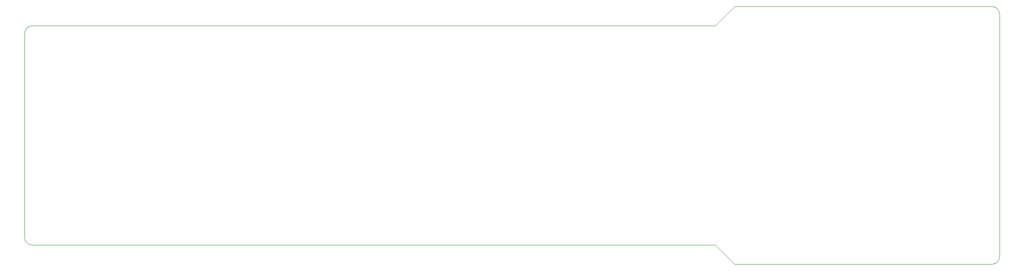
<source format=gm1>
%TF.GenerationSoftware,KiCad,Pcbnew,(7.0.0)*%
%TF.CreationDate,2023-08-23T12:35:55+05:30*%
%TF.ProjectId,X1A51B8-v1,58314135-3142-4382-9d76-312e6b696361,rev?*%
%TF.SameCoordinates,Original*%
%TF.FileFunction,Profile,NP*%
%FSLAX46Y46*%
G04 Gerber Fmt 4.6, Leading zero omitted, Abs format (unit mm)*
G04 Created by KiCad (PCBNEW (7.0.0)) date 2023-08-23 12:35:55*
%MOMM*%
%LPD*%
G01*
G04 APERTURE LIST*
%TA.AperFunction,Profile*%
%ADD10C,0.100000*%
%TD*%
G04 APERTURE END LIST*
D10*
X268224000Y-119126000D02*
X268224000Y-71120000D01*
X212090000Y-116840000D02*
X77250000Y-116840000D01*
X77250000Y-73406000D02*
G75*
G03*
X75726000Y-74930000I0J-1524000D01*
G01*
X75726000Y-115316000D02*
G75*
G03*
X77250000Y-116840000I1524000J0D01*
G01*
X212090000Y-73406000D02*
X77250000Y-73406000D01*
X215900000Y-69596000D02*
X212090000Y-73406000D01*
X266700000Y-120650000D02*
G75*
G03*
X268224000Y-119126000I0J1524000D01*
G01*
X266700000Y-120650000D02*
X215900000Y-120650000D01*
X268224000Y-71120000D02*
G75*
G03*
X266700000Y-69596000I-1524000J0D01*
G01*
X215900000Y-120650000D02*
X212090000Y-116840000D01*
X75726000Y-74930000D02*
X75726000Y-115316000D01*
X215900000Y-69596000D02*
X266700000Y-69596000D01*
M02*

</source>
